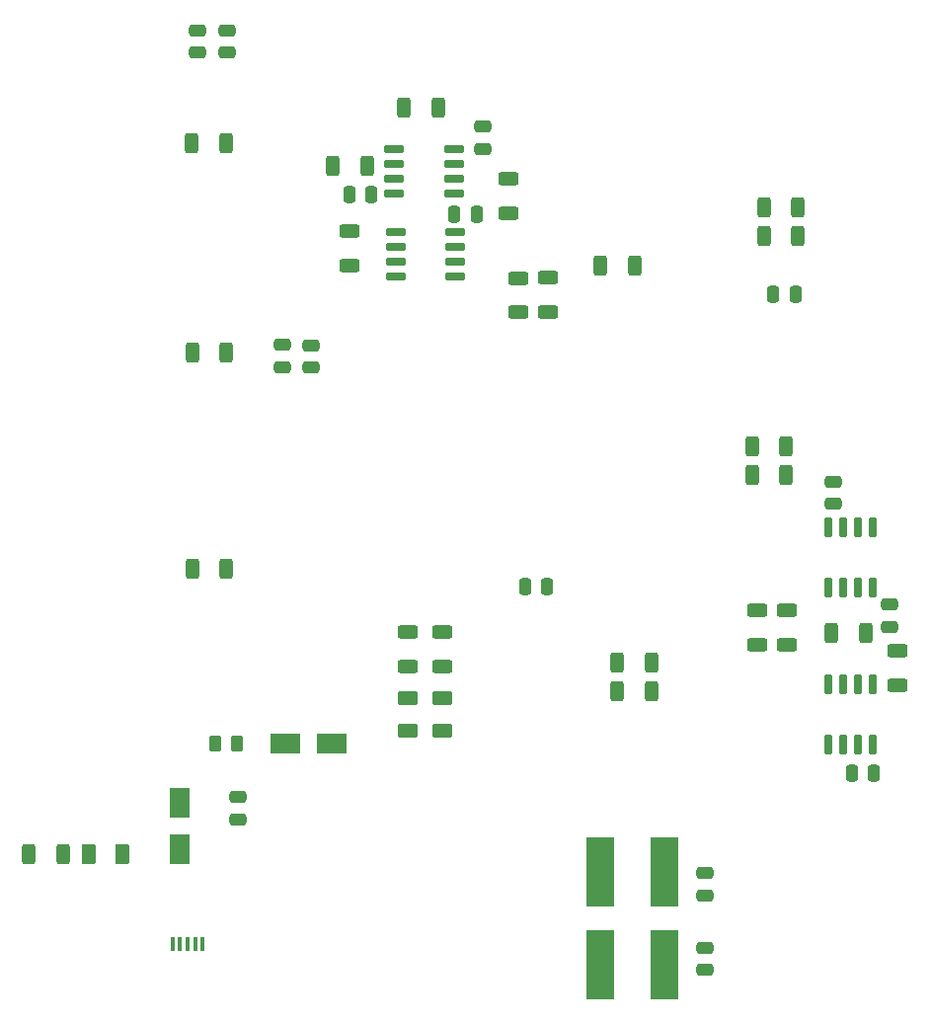
<source format=gbr>
%TF.GenerationSoftware,KiCad,Pcbnew,(6.0.0)*%
%TF.CreationDate,2022-08-23T11:31:33-04:00*%
%TF.ProjectId,Impedance_Analyzer_V2,496d7065-6461-46e6-9365-5f416e616c79,rev?*%
%TF.SameCoordinates,Original*%
%TF.FileFunction,Paste,Top*%
%TF.FilePolarity,Positive*%
%FSLAX46Y46*%
G04 Gerber Fmt 4.6, Leading zero omitted, Abs format (unit mm)*
G04 Created by KiCad (PCBNEW (6.0.0)) date 2022-08-23 11:31:33*
%MOMM*%
%LPD*%
G01*
G04 APERTURE LIST*
G04 Aperture macros list*
%AMRoundRect*
0 Rectangle with rounded corners*
0 $1 Rounding radius*
0 $2 $3 $4 $5 $6 $7 $8 $9 X,Y pos of 4 corners*
0 Add a 4 corners polygon primitive as box body*
4,1,4,$2,$3,$4,$5,$6,$7,$8,$9,$2,$3,0*
0 Add four circle primitives for the rounded corners*
1,1,$1+$1,$2,$3*
1,1,$1+$1,$4,$5*
1,1,$1+$1,$6,$7*
1,1,$1+$1,$8,$9*
0 Add four rect primitives between the rounded corners*
20,1,$1+$1,$2,$3,$4,$5,0*
20,1,$1+$1,$4,$5,$6,$7,0*
20,1,$1+$1,$6,$7,$8,$9,0*
20,1,$1+$1,$8,$9,$2,$3,0*%
G04 Aperture macros list end*
%ADD10RoundRect,0.249998X0.312502X0.625002X-0.312502X0.625002X-0.312502X-0.625002X0.312502X-0.625002X0*%
%ADD11RoundRect,0.249998X-0.312502X-0.625002X0.312502X-0.625002X0.312502X0.625002X-0.312502X0.625002X0*%
%ADD12RoundRect,0.250000X-0.475000X0.250000X-0.475000X-0.250000X0.475000X-0.250000X0.475000X0.250000X0*%
%ADD13R,2.500000X1.800000*%
%ADD14R,1.800000X2.500000*%
%ADD15RoundRect,0.249998X0.262502X0.450002X-0.262502X0.450002X-0.262502X-0.450002X0.262502X-0.450002X0*%
%ADD16R,0.450000X1.300000*%
%ADD17RoundRect,0.250000X-0.375000X-0.625000X0.375000X-0.625000X0.375000X0.625000X-0.375000X0.625000X0*%
%ADD18RoundRect,0.249998X-0.625002X0.312502X-0.625002X-0.312502X0.625002X-0.312502X0.625002X0.312502X0*%
%ADD19RoundRect,0.249998X0.625002X-0.312502X0.625002X0.312502X-0.625002X0.312502X-0.625002X-0.312502X0*%
%ADD20RoundRect,0.150000X-0.725000X-0.150000X0.725000X-0.150000X0.725000X0.150000X-0.725000X0.150000X0*%
%ADD21RoundRect,0.250000X0.250000X0.475000X-0.250000X0.475000X-0.250000X-0.475000X0.250000X-0.475000X0*%
%ADD22RoundRect,0.250000X-0.250000X-0.475000X0.250000X-0.475000X0.250000X0.475000X-0.250000X0.475000X0*%
%ADD23RoundRect,0.250000X0.625000X-0.375000X0.625000X0.375000X-0.625000X0.375000X-0.625000X-0.375000X0*%
%ADD24RoundRect,0.250000X-0.625000X0.375000X-0.625000X-0.375000X0.625000X-0.375000X0.625000X0.375000X0*%
%ADD25RoundRect,0.250000X0.475000X-0.250000X0.475000X0.250000X-0.475000X0.250000X-0.475000X-0.250000X0*%
%ADD26RoundRect,0.150000X0.150000X-0.725000X0.150000X0.725000X-0.150000X0.725000X-0.150000X-0.725000X0*%
%ADD27RoundRect,0.249999X-0.312501X-0.625001X0.312501X-0.625001X0.312501X0.625001X-0.312501X0.625001X0*%
%ADD28RoundRect,0.249999X-0.625001X0.312501X-0.625001X-0.312501X0.625001X-0.312501X0.625001X0.312501X0*%
%ADD29RoundRect,0.150000X-0.150000X0.725000X-0.150000X-0.725000X0.150000X-0.725000X0.150000X0.725000X0*%
%ADD30R,2.450000X5.900000*%
%ADD31RoundRect,0.250000X0.312500X0.625000X-0.312500X0.625000X-0.312500X-0.625000X0.312500X-0.625000X0*%
%ADD32RoundRect,0.250000X0.625000X-0.312500X0.625000X0.312500X-0.625000X0.312500X-0.625000X-0.312500X0*%
%ADD33RoundRect,0.250000X-0.312500X-0.625000X0.312500X-0.625000X0.312500X0.625000X-0.312500X0.625000X0*%
%ADD34RoundRect,0.250000X-0.625000X0.312500X-0.625000X-0.312500X0.625000X-0.312500X0.625000X0.312500X0*%
G04 APERTURE END LIST*
D10*
%TO.C,R5*%
X89462500Y-104500000D03*
X86537500Y-104500000D03*
%TD*%
%TO.C,R6*%
X89462500Y-86000000D03*
X86537500Y-86000000D03*
%TD*%
D11*
%TO.C,R7*%
X122987500Y-115050000D03*
X125912500Y-115050000D03*
%TD*%
D10*
%TO.C,R8*%
X137462500Y-96500000D03*
X134537500Y-96500000D03*
%TD*%
D12*
%TO.C,C5*%
X90450000Y-124100000D03*
X90450000Y-126000000D03*
%TD*%
D13*
%TO.C,D1*%
X98500000Y-119500000D03*
X94500000Y-119500000D03*
%TD*%
D14*
%TO.C,D2*%
X85450000Y-124550000D03*
X85450000Y-128550000D03*
%TD*%
D15*
%TO.C,FB1*%
X90325000Y-119500000D03*
X88500000Y-119500000D03*
%TD*%
D16*
%TO.C,J9*%
X84825000Y-136650000D03*
X85475000Y-136650000D03*
X86125000Y-136650000D03*
X86775000Y-136650000D03*
X87425000Y-136650000D03*
%TD*%
D17*
%TO.C,D3*%
X77700000Y-129000000D03*
X80500000Y-129000000D03*
%TD*%
D10*
%TO.C,R13*%
X75425000Y-129000000D03*
X72500000Y-129000000D03*
%TD*%
D18*
%TO.C,R3*%
X114500000Y-79575000D03*
X114500000Y-82500000D03*
%TD*%
D19*
%TO.C,R2*%
X117000000Y-82462500D03*
X117000000Y-79537500D03*
%TD*%
D12*
%TO.C,C1*%
X96750000Y-85350000D03*
X96750000Y-87250000D03*
%TD*%
D19*
%TO.C,R1*%
X100000000Y-78500000D03*
X100000000Y-75575000D03*
%TD*%
D20*
%TO.C,U1*%
X103950000Y-75660000D03*
X103950000Y-76930000D03*
X103950000Y-78200000D03*
X103950000Y-79470000D03*
X109100000Y-79470000D03*
X109100000Y-78200000D03*
X109100000Y-76930000D03*
X109100000Y-75660000D03*
%TD*%
D21*
%TO.C,C14*%
X101900000Y-72400000D03*
X100000000Y-72400000D03*
%TD*%
%TO.C,C17*%
X116950000Y-106000000D03*
X115050000Y-106000000D03*
%TD*%
D22*
%TO.C,C19*%
X109000000Y-74100000D03*
X110900000Y-74100000D03*
%TD*%
D23*
%TO.C,D4*%
X108000000Y-118400000D03*
X108000000Y-115600000D03*
%TD*%
D24*
%TO.C,D5*%
X105000000Y-115600000D03*
X105000000Y-118400000D03*
%TD*%
D19*
%TO.C,R19*%
X108000000Y-112852500D03*
X108000000Y-109927500D03*
%TD*%
%TO.C,R20*%
X105000000Y-112852500D03*
X105000000Y-109927500D03*
%TD*%
D25*
%TO.C,C22*%
X141500000Y-98950000D03*
X141500000Y-97050000D03*
%TD*%
D21*
%TO.C,C23*%
X138250000Y-81000000D03*
X136350000Y-81000000D03*
%TD*%
D25*
%TO.C,C24*%
X111400000Y-68500000D03*
X111400000Y-66600000D03*
%TD*%
D10*
%TO.C,R9*%
X138462500Y-76000000D03*
X135537500Y-76000000D03*
%TD*%
D20*
%TO.C,BUF1*%
X103825000Y-68495000D03*
X103825000Y-69765000D03*
X103825000Y-71035000D03*
X103825000Y-72305000D03*
X108975000Y-72305000D03*
X108975000Y-71035000D03*
X108975000Y-69765000D03*
X108975000Y-68495000D03*
%TD*%
D26*
%TO.C,BUF2*%
X141095000Y-106125000D03*
X142365000Y-106125000D03*
X143635000Y-106125000D03*
X144905000Y-106125000D03*
X144905000Y-100975000D03*
X143635000Y-100975000D03*
X142365000Y-100975000D03*
X141095000Y-100975000D03*
%TD*%
D27*
%TO.C,R4*%
X104675000Y-65000000D03*
X107600000Y-65000000D03*
%TD*%
D28*
%TO.C,R10*%
X113600000Y-71075000D03*
X113600000Y-74000000D03*
%TD*%
%TO.C,R18*%
X135000000Y-108075000D03*
X135000000Y-111000000D03*
%TD*%
D27*
%TO.C,R21*%
X141365000Y-109975000D03*
X144290000Y-109975000D03*
%TD*%
D29*
%TO.C,U2*%
X144905000Y-114425000D03*
X143635000Y-114425000D03*
X142365000Y-114425000D03*
X141095000Y-114425000D03*
X141095000Y-119575000D03*
X142365000Y-119575000D03*
X143635000Y-119575000D03*
X144905000Y-119575000D03*
%TD*%
D21*
%TO.C,C3*%
X145000000Y-122000000D03*
X143100000Y-122000000D03*
%TD*%
D25*
%TO.C,C10*%
X130500000Y-138900000D03*
X130500000Y-137000000D03*
%TD*%
D30*
%TO.C,L2*%
X127050000Y-130500000D03*
X121500000Y-130500000D03*
%TD*%
D12*
%TO.C,C8*%
X130500000Y-130600000D03*
X130500000Y-132500000D03*
%TD*%
D30*
%TO.C,L1*%
X127050000Y-138500000D03*
X121500000Y-138500000D03*
%TD*%
D12*
%TO.C,C18*%
X146365000Y-107575000D03*
X146365000Y-109475000D03*
%TD*%
D31*
%TO.C,R22*%
X89425000Y-68000000D03*
X86500000Y-68000000D03*
%TD*%
D25*
%TO.C,C16*%
X89500000Y-60250000D03*
X89500000Y-58350000D03*
%TD*%
D31*
%TO.C,R24*%
X138462500Y-73500000D03*
X135537500Y-73500000D03*
%TD*%
D32*
%TO.C,R17*%
X147000000Y-114500000D03*
X147000000Y-111575000D03*
%TD*%
D33*
%TO.C,R23*%
X121537500Y-78500000D03*
X124462500Y-78500000D03*
%TD*%
D25*
%TO.C,C15*%
X87000000Y-60250000D03*
X87000000Y-58350000D03*
%TD*%
D12*
%TO.C,C25*%
X94250000Y-85300000D03*
X94250000Y-87200000D03*
%TD*%
D34*
%TO.C,R14*%
X137500000Y-108075000D03*
X137500000Y-111000000D03*
%TD*%
D33*
%TO.C,R15*%
X98575000Y-70000000D03*
X101500000Y-70000000D03*
%TD*%
D31*
%TO.C,R11*%
X125912500Y-112550000D03*
X122987500Y-112550000D03*
%TD*%
%TO.C,R12*%
X137462500Y-94000000D03*
X134537500Y-94000000D03*
%TD*%
M02*

</source>
